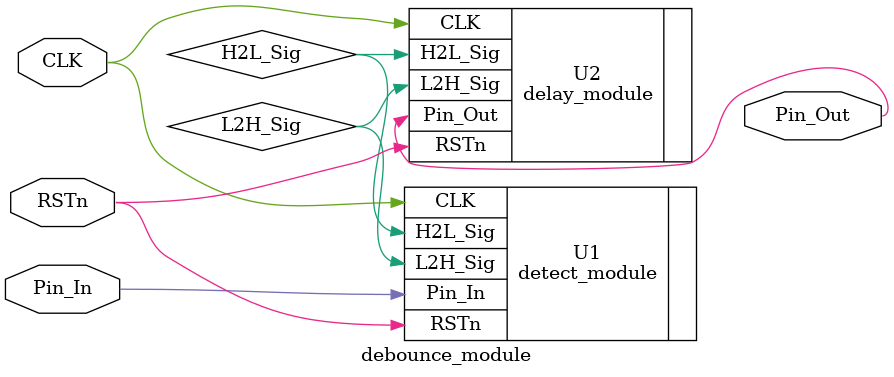
<source format=v>

module debounce_module
(
    CLK, RSTn, Pin_In, Pin_Out
);
    
	 input CLK;
	 input RSTn;
	 input Pin_In;
	 output Pin_Out;
	 
	 /**************************/
	 
	 wire H2L_Sig;
	 wire L2H_Sig;
	 
	 detect_module U1
	 (
	     .CLK( CLK ),
		  .RSTn( RSTn ),
		  .Pin_In( Pin_In ),   // input - from top
		  .H2L_Sig( H2L_Sig ), // output - to U2
		  .L2H_Sig( L2H_Sig )  // output - to U2
	 );
	 
	 /**************************/
	 
	 delay_module U2
	 (
	     .CLK( CLK ),
		  .RSTn( RSTn ),
		  .H2L_Sig( H2L_Sig ), // input - from U1
		  .L2H_Sig( L2H_Sig ), // input - from U1
		  .Pin_Out( Pin_Out )  // output - to top
	 );
	 
	 /*******************************/

endmodule
</source>
